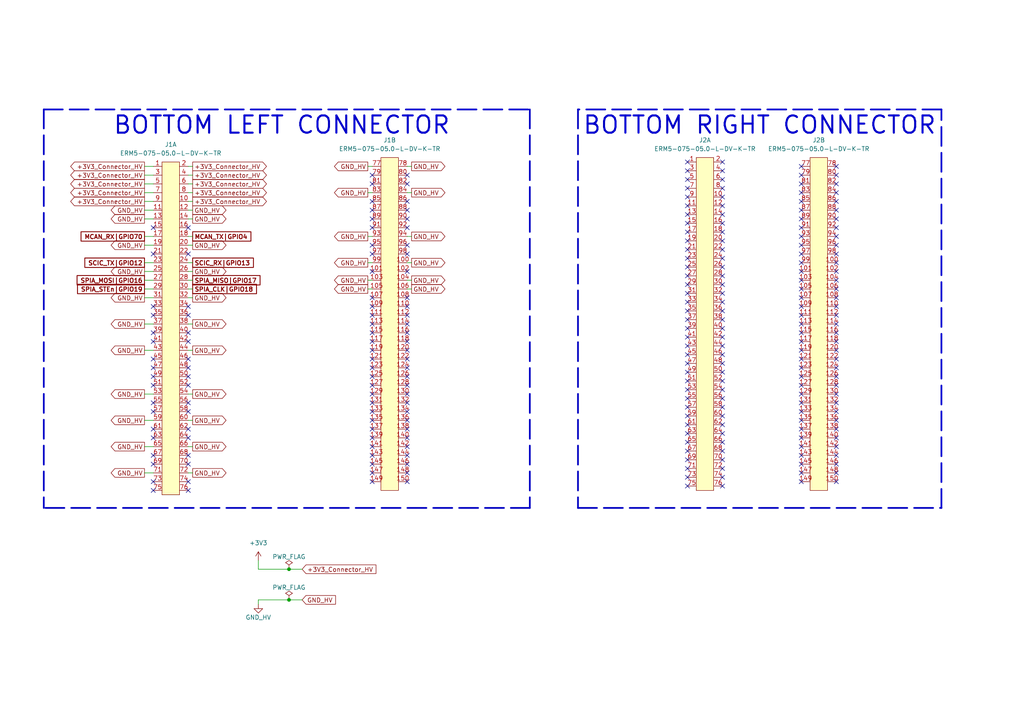
<source format=kicad_sch>
(kicad_sch (version 20230121) (generator eeschema)
  (paper "A4")
  (title_block (title "LCB-CBB-01: Bus_Borad") (date "2024-04-30") (rev "1.0.0") (company "PADERBORN UNIVERSITY DEPARTMENT OF POWER ELECTRONICS AND ELECTRICAL DRIVES"))
  (lib_symbols
    (symbol "LEA_SymbolLibrary:+3V3" (power) (pin_numbers hide) (pin_names (offset 0))
      (property "Value" "+3V3" (at 0 3.81 0))
      (symbol "+3V3_1_1"
        (polyline (pts (xy -0.762 1.27) (xy 0 2.54)))
        (polyline (pts (xy 0 0) (xy 0 2.54)))
        (polyline (pts (xy 0 2.54) (xy 0.762 1.27)))
        (pin power_in line (at 0 0 90) (length 0) hide (name "+3V3") (number "1"))
      )
    )
    (symbol "LEA_SymbolLibrary:Conn_ERM5-075-05.0-L-DV-K-TR" (pin_names hide)
      (property "Reference" "J" (at -1.27 52.07 0))
      (property "Value" "ERM5-075-05.0-L-DV-K-TR" (at -2.54 -46.99 0))
      (symbol "Conn_ERM5-075-05.0-L-DV-K-TR_1_1"
        (rectangle (start -2.54 50.8) (end 2.54 -45.72) (fill (type background)))
        (pin passive line (at -5.08 49.53 0) (length 2.54) (name "1") (number "1"))
        (pin passive line (at 5.08 39.37 180) (length 2.54) (name "10") (number "10"))
        (pin passive line (at -5.08 36.83 0) (length 2.54) (name "11") (number "11"))
        (pin passive line (at 5.08 36.83 180) (length 2.54) (name "12") (number "12"))
        (pin passive line (at -5.08 34.29 0) (length 2.54) (name "13") (number "13"))
        (pin passive line (at 5.08 34.29 180) (length 2.54) (name "14") (number "14"))
        (pin passive line (at -5.08 31.75 0) (length 2.54) (name "15") (number "15"))
        (pin passive line (at 5.08 31.75 180) (length 2.54) (name "16") (number "16"))
        (pin passive line (at -5.08 29.21 0) (length 2.54) (name "17") (number "17"))
        (pin passive line (at 5.08 29.21 180) (length 2.54) (name "18") (number "18"))
        (pin passive line (at -5.08 26.67 0) (length 2.54) (name "19") (number "19"))
        (pin passive line (at 5.08 49.53 180) (length 2.54) (name "2") (number "2"))
        (pin passive line (at 5.08 26.67 180) (length 2.54) (name "20") (number "20"))
        (pin passive line (at -5.08 24.13 0) (length 2.54) (name "21") (number "21"))
        (pin passive line (at 5.08 24.13 180) (length 2.54) (name "22") (number "22"))
        (pin passive line (at -5.08 21.59 0) (length 2.54) (name "23") (number "23"))
        (pin passive line (at 5.08 21.59 180) (length 2.54) (name "24") (number "24"))
        (pin passive line (at -5.08 19.05 0) (length 2.54) (name "25") (number "25"))
        (pin passive line (at 5.08 19.05 180) (length 2.54) (name "26") (number "26"))
        (pin passive line (at -5.08 16.51 0) (length 2.54) (name "27") (number "27"))
        (pin passive line (at 5.08 16.51 180) (length 2.54) (name "28") (number "28"))
        (pin passive line (at -5.08 13.97 0) (length 2.54) (name "29") (number "29"))
        (pin passive line (at -5.08 46.99 0) (length 2.54) (name "3") (number "3"))
        (pin passive line (at 5.08 13.97 180) (length 2.54) (name "30") (number "30"))
        (pin passive line (at -5.08 11.43 0) (length 2.54) (name "31") (number "31"))
        (pin passive line (at 5.08 11.43 180) (length 2.54) (name "32") (number "32"))
        (pin passive line (at -5.08 8.89 0) (length 2.54) (name "33") (number "33"))
        (pin passive line (at 5.08 8.89 180) (length 2.54) (name "34") (number "34"))
        (pin passive line (at -5.08 6.35 0) (length 2.54) (name "35") (number "35"))
        (pin passive line (at 5.08 6.35 180) (length 2.54) (name "36") (number "36"))
        (pin passive line (at -5.08 3.81 0) (length 2.54) (name "37") (number "37"))
        (pin passive line (at 5.08 3.81 180) (length 2.54) (name "38") (number "38"))
        (pin passive line (at -5.08 1.27 0) (length 2.54) (name "39") (number "39"))
        (pin passive line (at 5.08 46.99 180) (length 2.54) (name "4") (number "4"))
        (pin passive line (at 5.08 1.27 180) (length 2.54) (name "40") (number "40"))
        (pin passive line (at -5.08 -1.27 0) (length 2.54) (name "41") (number "41"))
        (pin passive line (at 5.08 -1.27 180) (length 2.54) (name "42") (number "42"))
        (pin passive line (at -5.08 -3.81 0) (length 2.54) (name "43") (number "43"))
        (pin passive line (at 5.08 -3.81 180) (length 2.54) (name "44") (number "44"))
        (pin passive line (at -5.08 -6.35 0) (length 2.54) (name "45") (number "45"))
        (pin passive line (at 5.08 -6.35 180) (length 2.54) (name "46") (number "46"))
        (pin passive line (at -5.08 -8.89 0) (length 2.54) (name "47") (number "47"))
        (pin passive line (at 5.08 -8.89 180) (length 2.54) (name "48") (number "48"))
        (pin passive line (at -5.08 -11.43 0) (length 2.54) (name "49") (number "49"))
        (pin passive line (at -5.08 44.45 0) (length 2.54) (name "5") (number "5"))
        (pin passive line (at 5.08 -11.43 180) (length 2.54) (name "50") (number "50"))
        (pin passive line (at -5.08 -13.97 0) (length 2.54) (name "51") (number "51"))
        (pin passive line (at 5.08 -13.97 180) (length 2.54) (name "52") (number "52"))
        (pin passive line (at -5.08 -16.51 0) (length 2.54) (name "53") (number "53"))
        (pin passive line (at 5.08 -16.51 180) (length 2.54) (name "54") (number "54"))
        (pin passive line (at -5.08 -19.05 0) (length 2.54) (name "55") (number "55"))
        (pin passive line (at 5.08 -19.05 180) (length 2.54) (name "56") (number "56"))
        (pin passive line (at -5.08 -21.59 0) (length 2.54) (name "57") (number "57"))
        (pin passive line (at 5.08 -21.59 180) (length 2.54) (name "58") (number "58"))
        (pin passive line (at -5.08 -24.13 0) (length 2.54) (name "59") (number "59"))
        (pin passive line (at 5.08 44.45 180) (length 2.54) (name "6") (number "6"))
        (pin passive line (at 5.08 -24.13 180) (length 2.54) (name "60") (number "60"))
        (pin passive line (at -5.08 -26.67 0) (length 2.54) (name "61") (number "61"))
        (pin passive line (at 5.08 -26.67 180) (length 2.54) (name "62") (number "62"))
        (pin passive line (at -5.08 -29.21 0) (length 2.54) (name "63") (number "63"))
        (pin passive line (at 5.08 -29.21 180) (length 2.54) (name "64") (number "64"))
        (pin passive line (at -5.08 -31.75 0) (length 2.54) (name "65") (number "65"))
        (pin passive line (at 5.08 -31.75 180) (length 2.54) (name "66") (number "66"))
        (pin passive line (at -5.08 -34.29 0) (length 2.54) (name "67") (number "67"))
        (pin passive line (at 5.08 -34.29 180) (length 2.54) (name "68") (number "68"))
        (pin passive line (at -5.08 -36.83 0) (length 2.54) (name "69") (number "69"))
        (pin passive line (at -5.08 41.91 0) (length 2.54) (name "7") (number "7"))
        (pin passive line (at 5.08 -36.83 180) (length 2.54) (name "70") (number "70"))
        (pin passive line (at -5.08 -39.37 0) (length 2.54) (name "71") (number "71"))
        (pin passive line (at 5.08 -39.37 180) (length 2.54) (name "72") (number "72"))
        (pin passive line (at -5.08 -41.91 0) (length 2.54) (name "73") (number "73"))
        (pin passive line (at 5.08 -41.91 180) (length 2.54) (name "74") (number "74"))
        (pin passive line (at -5.08 -44.45 0) (length 2.54) (name "75") (number "75"))
        (pin passive line (at 5.08 -44.45 180) (length 2.54) (name "76") (number "76"))
        (pin passive line (at 5.08 41.91 180) (length 2.54) (name "8") (number "8"))
        (pin passive line (at -5.08 39.37 0) (length 2.54) (name "9") (number "9"))
      )
      (symbol "Conn_ERM5-075-05.0-L-DV-K-TR_2_1"
        (rectangle (start -2.54 50.8) (end 2.54 -45.72) (fill (type background)))
        (pin passive line (at 5.08 20.32 180) (length 2.54) (name "100") (number "100"))
        (pin passive line (at -5.08 17.78 0) (length 2.54) (name "101") (number "101"))
        (pin passive line (at 5.08 17.78 180) (length 2.54) (name "102") (number "102"))
        (pin passive line (at -5.08 15.24 0) (length 2.54) (name "103") (number "103"))
        (pin passive line (at 5.08 15.24 180) (length 2.54) (name "104") (number "104"))
        (pin passive line (at -5.08 12.7 0) (length 2.54) (name "105") (number "105"))
        (pin passive line (at 5.08 12.7 180) (length 2.54) (name "106") (number "106"))
        (pin passive line (at -5.08 10.16 0) (length 2.54) (name "107") (number "107"))
        (pin passive line (at 5.08 10.16 180) (length 2.54) (name "108") (number "108"))
        (pin passive line (at -5.08 7.62 0) (length 2.54) (name "109") (number "109"))
        (pin passive line (at 5.08 7.62 180) (length 2.54) (name "110") (number "110"))
        (pin passive line (at -5.08 5.08 0) (length 2.54) (name "111") (number "111"))
        (pin passive line (at 5.08 5.08 180) (length 2.54) (name "112") (number "112"))
        (pin passive line (at -5.08 2.54 0) (length 2.54) (name "113") (number "113"))
        (pin passive line (at 5.08 2.54 180) (length 2.54) (name "114") (number "114"))
        (pin passive line (at -5.08 0 0) (length 2.54) (name "115") (number "115"))
        (pin passive line (at 5.08 0 180) (length 2.54) (name "116") (number "116"))
        (pin passive line (at -5.08 -2.54 0) (length 2.54) (name "117") (number "117"))
        (pin passive line (at 5.08 -2.54 180) (length 2.54) (name "118") (number "118"))
        (pin passive line (at -5.08 -5.08 0) (length 2.54) (name "119") (number "119"))
        (pin passive line (at 5.08 -5.08 180) (length 2.54) (name "120") (number "120"))
        (pin passive line (at -5.08 -7.62 0) (length 2.54) (name "121") (number "121"))
        (pin passive line (at 5.08 -7.62 180) (length 2.54) (name "122") (number "122"))
        (pin passive line (at -5.08 -10.16 0) (length 2.54) (name "123") (number "123"))
        (pin passive line (at 5.08 -10.16 180) (length 2.54) (name "124") (number "124"))
        (pin passive line (at -5.08 -12.7 0) (length 2.54) (name "125") (number "125"))
        (pin passive line (at 5.08 -12.7 180) (length 2.54) (name "126") (number "126"))
        (pin passive line (at -5.08 -15.24 0) (length 2.54) (name "127") (number "127"))
        (pin passive line (at 5.08 -15.24 180) (length 2.54) (name "128") (number "128"))
        (pin passive line (at -5.08 -17.78 0) (length 2.54) (name "129") (number "129"))
        (pin passive line (at 5.08 -17.78 180) (length 2.54) (name "130") (number "130"))
        (pin passive line (at -5.08 -20.32 0) (length 2.54) (name "131") (number "131"))
        (pin passive line (at 5.08 -20.32 180) (length 2.54) (name "132") (number "132"))
        (pin passive line (at -5.08 -22.86 0) (length 2.54) (name "133") (number "133"))
        (pin passive line (at 5.08 -22.86 180) (length 2.54) (name "134") (number "134"))
        (pin passive line (at -5.08 -25.4 0) (length 2.54) (name "135") (number "135"))
        (pin passive line (at 5.08 -25.4 180) (length 2.54) (name "136") (number "136"))
        (pin passive line (at -5.08 -27.94 0) (length 2.54) (name "137") (number "137"))
        (pin passive line (at 5.08 -27.94 180) (length 2.54) (name "138") (number "138"))
        (pin passive line (at -5.08 -30.48 0) (length 2.54) (name "139") (number "139"))
        (pin passive line (at 5.08 -30.48 180) (length 2.54) (name "140") (number "140"))
        (pin passive line (at -5.08 -33.02 0) (length 2.54) (name "141") (number "141"))
        (pin passive line (at 5.08 -33.02 180) (length 2.54) (name "142") (number "142"))
        (pin passive line (at -5.08 -35.56 0) (length 2.54) (name "143") (number "143"))
        (pin passive line (at 5.08 -35.56 180) (length 2.54) (name "144") (number "144"))
        (pin passive line (at -5.08 -38.1 0) (length 2.54) (name "145") (number "145"))
        (pin passive line (at 5.08 -38.1 180) (length 2.54) (name "146") (number "146"))
        (pin passive line (at -5.08 -40.64 0) (length 2.54) (name "147") (number "147"))
        (pin passive line (at 5.08 -40.64 180) (length 2.54) (name "148") (number "148"))
        (pin passive line (at -5.08 -43.18 0) (length 2.54) (name "149") (number "149"))
        (pin passive line (at 5.08 -43.18 180) (length 2.54) (name "150") (number "150"))
        (pin passive line (at -5.08 48.26 0) (length 2.54) (name "77") (number "77"))
        (pin passive line (at 5.08 48.26 180) (length 2.54) (name "78") (number "78"))
        (pin passive line (at -5.08 45.72 0) (length 2.54) (name "79") (number "79"))
        (pin passive line (at 5.08 45.72 180) (length 2.54) (name "80") (number "80"))
        (pin passive line (at -5.08 43.18 0) (length 2.54) (name "81") (number "81"))
        (pin passive line (at 5.08 43.18 180) (length 2.54) (name "82") (number "82"))
        (pin passive line (at -5.08 40.64 0) (length 2.54) (name "83") (number "83"))
        (pin passive line (at 5.08 40.64 180) (length 2.54) (name "84") (number "84"))
        (pin passive line (at -5.08 38.1 0) (length 2.54) (name "85") (number "85"))
        (pin passive line (at 5.08 38.1 180) (length 2.54) (name "86") (number "86"))
        (pin passive line (at -5.08 35.56 0) (length 2.54) (name "87") (number "87"))
        (pin passive line (at 5.08 35.56 180) (length 2.54) (name "88") (number "88"))
        (pin passive line (at -5.08 33.02 0) (length 2.54) (name "89") (number "89"))
        (pin passive line (at 5.08 33.02 180) (length 2.54) (name "90") (number "90"))
        (pin passive line (at -5.08 30.48 0) (length 2.54) (name "91") (number "91"))
        (pin passive line (at 5.08 30.48 180) (length 2.54) (name "92") (number "92"))
        (pin passive line (at -5.08 27.94 0) (length 2.54) (name "93") (number "93"))
        (pin passive line (at 5.08 27.94 180) (length 2.54) (name "94") (number "94"))
        (pin passive line (at -5.08 25.4 0) (length 2.54) (name "95") (number "95"))
        (pin passive line (at 5.08 25.4 180) (length 2.54) (name "96") (number "96"))
        (pin passive line (at -5.08 22.86 0) (length 2.54) (name "97") (number "97"))
        (pin passive line (at 5.08 22.86 180) (length 2.54) (name "98") (number "98"))
        (pin passive line (at -5.08 20.32 0) (length 2.54) (name "99") (number "99"))
      )
    )
    (symbol "LEA_SymbolLibrary:GND_HV" (power) (pin_numbers hide) (pin_names (offset 0))
      (property "Value" "GND_HV" (at 0 -3.81 0))
      (symbol "GND_HV_1_1"
        (polyline (pts (xy 0 0) (xy 0 -1.27) (xy 1.27 -1.27) (xy 0 -2.54) (xy -1.27 -1.27) (xy 0 -1.27)))
        (pin power_in line (at 0 0 90) (length 0) hide (name "GND_HV") (number "1"))
      )
    )
    (symbol "power:PWR_FLAG" (power) (pin_numbers hide) (pin_names (offset 0) hide)
      (property "Value" "PWR_FLAG" (at 0 3.81 0))
      (symbol "PWR_FLAG_0_0"
        (pin power_out line (at 0 0 90) (length 0) (name "pwr") (number "1"))
      )
      (symbol "PWR_FLAG_0_1"
        (polyline (pts (xy 0 0) (xy 0 1.27) (xy -1.016 1.905) (xy 0 2.54) (xy 1.016 1.905) (xy 0 1.27)))
      )
    )
  )
  (junction (at 83.82 173.99))
  (junction (at 83.82 165.1))
  (no_connect (at 54.61 139.7))
  (no_connect (at 232.41 68.58))
  (no_connect (at 209.55 107.95))
  (no_connect (at 118.11 71.12))
  (no_connect (at 44.45 106.68))
  (no_connect (at 118.11 134.62))
  (no_connect (at 199.39 80.01))
  (no_connect (at 209.55 85.09))
  (no_connect (at 242.57 127))
  (no_connect (at 199.39 97.79))
  (no_connect (at 232.41 124.46))
  (no_connect (at 199.39 59.69))
  (no_connect (at 242.57 50.8))
  (no_connect (at 209.55 95.25))
  (no_connect (at 118.11 53.34))
  (no_connect (at 118.11 127))
  (no_connect (at 199.39 133.35))
  (no_connect (at 44.45 139.7))
  (no_connect (at 232.41 116.84))
  (no_connect (at 242.57 71.12))
  (no_connect (at 107.95 93.98))
  (no_connect (at 232.41 78.74))
  (no_connect (at 209.55 62.23))
  (no_connect (at 242.57 139.7))
  (no_connect (at 232.41 101.6))
  (no_connect (at 107.95 50.8))
  (no_connect (at 44.45 104.14))
  (no_connect (at 232.41 81.28))
  (no_connect (at 44.45 66.04))
  (no_connect (at 199.39 118.11))
  (no_connect (at 242.57 55.88))
  (no_connect (at 209.55 120.65))
  (no_connect (at 242.57 116.84))
  (no_connect (at 209.55 57.15))
  (no_connect (at 54.61 124.46))
  (no_connect (at 118.11 124.46))
  (no_connect (at 118.11 109.22))
  (no_connect (at 107.95 66.04))
  (no_connect (at 199.39 105.41))
  (no_connect (at 242.57 86.36))
  (no_connect (at 118.11 73.66))
  (no_connect (at 232.41 127))
  (no_connect (at 107.95 124.46))
  (no_connect (at 199.39 62.23))
  (no_connect (at 107.95 60.96))
  (no_connect (at 118.11 137.16))
  (no_connect (at 118.11 66.04))
  (no_connect (at 107.95 119.38))
  (no_connect (at 118.11 58.42))
  (no_connect (at 199.39 123.19))
  (no_connect (at 232.41 83.82))
  (no_connect (at 242.57 134.62))
  (no_connect (at 199.39 107.95))
  (no_connect (at 209.55 130.81))
  (no_connect (at 54.61 132.08))
  (no_connect (at 209.55 133.35))
  (no_connect (at 242.57 99.06))
  (no_connect (at 44.45 119.38))
  (no_connect (at 242.57 83.82))
  (no_connect (at 242.57 78.74))
  (no_connect (at 199.39 72.39))
  (no_connect (at 209.55 49.53))
  (no_connect (at 242.57 129.54))
  (no_connect (at 209.55 140.97))
  (no_connect (at 209.55 87.63))
  (no_connect (at 232.41 134.62))
  (no_connect (at 118.11 50.8))
  (no_connect (at 242.57 60.96))
  (no_connect (at 54.61 127))
  (no_connect (at 232.41 121.92))
  (no_connect (at 107.95 109.22))
  (no_connect (at 199.39 49.53))
  (no_connect (at 199.39 64.77))
  (no_connect (at 209.55 54.61))
  (no_connect (at 242.57 68.58))
  (no_connect (at 242.57 48.26))
  (no_connect (at 107.95 99.06))
  (no_connect (at 209.55 92.71))
  (no_connect (at 44.45 88.9))
  (no_connect (at 107.95 139.7))
  (no_connect (at 242.57 101.6))
  (no_connect (at 118.11 60.96))
  (no_connect (at 232.41 58.42))
  (no_connect (at 199.39 128.27))
  (no_connect (at 118.11 129.54))
  (no_connect (at 232.41 55.88))
  (no_connect (at 118.11 91.44))
  (no_connect (at 199.39 67.31))
  (no_connect (at 199.39 74.93))
  (no_connect (at 44.45 134.62))
  (no_connect (at 199.39 90.17))
  (no_connect (at 209.55 64.77))
  (no_connect (at 118.11 132.08))
  (no_connect (at 232.41 132.08))
  (no_connect (at 118.11 93.98))
  (no_connect (at 199.39 69.85))
  (no_connect (at 209.55 82.55))
  (no_connect (at 232.41 96.52))
  (no_connect (at 232.41 88.9))
  (no_connect (at 209.55 105.41))
  (no_connect (at 54.61 96.52))
  (no_connect (at 232.41 91.44))
  (no_connect (at 232.41 111.76))
  (no_connect (at 209.55 113.03))
  (no_connect (at 232.41 60.96))
  (no_connect (at 118.11 119.38))
  (no_connect (at 199.39 115.57))
  (no_connect (at 199.39 57.15))
  (no_connect (at 44.45 127))
  (no_connect (at 107.95 78.74))
  (no_connect (at 232.41 139.7))
  (no_connect (at 107.95 86.36))
  (no_connect (at 232.41 93.98))
  (no_connect (at 209.55 118.11))
  (no_connect (at 107.95 127))
  (no_connect (at 232.41 119.38))
  (no_connect (at 107.95 91.44))
  (no_connect (at 199.39 113.03))
  (no_connect (at 232.41 114.3))
  (no_connect (at 54.61 116.84))
  (no_connect (at 107.95 104.14))
  (no_connect (at 118.11 104.14))
  (no_connect (at 242.57 81.28))
  (no_connect (at 209.55 115.57))
  (no_connect (at 209.55 46.99))
  (no_connect (at 209.55 74.93))
  (no_connect (at 232.41 71.12))
  (no_connect (at 199.39 100.33))
  (no_connect (at 209.55 110.49))
  (no_connect (at 232.41 99.06))
  (no_connect (at 232.41 50.8))
  (no_connect (at 107.95 58.42))
  (no_connect (at 107.95 71.12))
  (no_connect (at 107.95 73.66))
  (no_connect (at 209.55 72.39))
  (no_connect (at 199.39 135.89))
  (no_connect (at 199.39 140.97))
  (no_connect (at 242.57 137.16))
  (no_connect (at 107.95 129.54))
  (no_connect (at 107.95 53.34))
  (no_connect (at 54.61 111.76))
  (no_connect (at 199.39 120.65))
  (no_connect (at 242.57 124.46))
  (no_connect (at 54.61 91.44))
  (no_connect (at 107.95 134.62))
  (no_connect (at 242.57 121.92))
  (no_connect (at 107.95 106.68))
  (no_connect (at 209.55 69.85))
  (no_connect (at 107.95 111.76))
  (no_connect (at 199.39 95.25))
  (no_connect (at 54.61 142.24))
  (no_connect (at 107.95 116.84))
  (no_connect (at 242.57 91.44))
  (no_connect (at 232.41 129.54))
  (no_connect (at 242.57 96.52))
  (no_connect (at 242.57 104.14))
  (no_connect (at 118.11 111.76))
  (no_connect (at 209.55 128.27))
  (no_connect (at 44.45 132.08))
  (no_connect (at 44.45 99.06))
  (no_connect (at 209.55 59.69))
  (no_connect (at 199.39 102.87))
  (no_connect (at 209.55 125.73))
  (no_connect (at 199.39 110.49))
  (no_connect (at 118.11 96.52))
  (no_connect (at 209.55 80.01))
  (no_connect (at 199.39 92.71))
  (no_connect (at 118.11 63.5))
  (no_connect (at 242.57 76.2))
  (no_connect (at 107.95 132.08))
  (no_connect (at 242.57 66.04))
  (no_connect (at 209.55 102.87))
  (no_connect (at 44.45 116.84))
  (no_connect (at 107.95 137.16))
  (no_connect (at 232.41 48.26))
  (no_connect (at 118.11 116.84))
  (no_connect (at 54.61 73.66))
  (no_connect (at 242.57 114.3))
  (no_connect (at 54.61 134.62))
  (no_connect (at 209.55 135.89))
  (no_connect (at 232.41 73.66))
  (no_connect (at 232.41 63.5))
  (no_connect (at 242.57 58.42))
  (no_connect (at 44.45 109.22))
  (no_connect (at 118.11 106.68))
  (no_connect (at 209.55 100.33))
  (no_connect (at 209.55 97.79))
  (no_connect (at 54.61 109.22))
  (no_connect (at 44.45 73.66))
  (no_connect (at 232.41 53.34))
  (no_connect (at 242.57 106.68))
  (no_connect (at 199.39 52.07))
  (no_connect (at 118.11 86.36))
  (no_connect (at 232.41 86.36))
  (no_connect (at 199.39 46.99))
  (no_connect (at 242.57 109.22))
  (no_connect (at 232.41 106.68))
  (no_connect (at 232.41 66.04))
  (no_connect (at 107.95 88.9))
  (no_connect (at 118.11 121.92))
  (no_connect (at 199.39 54.61))
  (no_connect (at 107.95 114.3))
  (no_connect (at 242.57 63.5))
  (no_connect (at 232.41 104.14))
  (no_connect (at 118.11 88.9))
  (no_connect (at 118.11 99.06))
  (no_connect (at 209.55 67.31))
  (no_connect (at 242.57 93.98))
  (no_connect (at 44.45 111.76))
  (no_connect (at 54.61 119.38))
  (no_connect (at 54.61 106.68))
  (no_connect (at 107.95 101.6))
  (no_connect (at 54.61 104.14))
  (no_connect (at 199.39 87.63))
  (no_connect (at 242.57 73.66))
  (no_connect (at 118.11 101.6))
  (no_connect (at 118.11 139.7))
  (no_connect (at 199.39 85.09))
  (no_connect (at 54.61 99.06))
  (no_connect (at 118.11 78.74))
  (no_connect (at 209.55 90.17))
  (no_connect (at 107.95 63.5))
  (no_connect (at 232.41 137.16))
  (no_connect (at 242.57 53.34))
  (no_connect (at 242.57 119.38))
  (no_connect (at 107.95 121.92))
  (no_connect (at 199.39 138.43))
  (no_connect (at 209.55 123.19))
  (no_connect (at 199.39 77.47))
  (no_connect (at 199.39 82.55))
  (no_connect (at 44.45 91.44))
  (no_connect (at 199.39 125.73))
  (no_connect (at 54.61 66.04))
  (no_connect (at 242.57 132.08))
  (no_connect (at 44.45 124.46))
  (no_connect (at 199.39 130.81))
  (no_connect (at 118.11 114.3))
  (no_connect (at 209.55 52.07))
  (no_connect (at 209.55 138.43))
  (no_connect (at 209.55 77.47))
  (no_connect (at 54.61 88.9))
  (no_connect (at 232.41 76.2))
  (no_connect (at 44.45 142.24))
  (no_connect (at 107.95 96.52))
  (no_connect (at 44.45 96.52))
  (no_connect (at 232.41 109.22))
  (no_connect (at 242.57 111.76))
  (no_connect (at 242.57 88.9))
  (wire (pts (xy 74.93 162.56) (xy 74.93 165.1)))
  (wire (pts (xy 41.91 78.74) (xy 44.45 78.74)))
  (polyline (pts (xy 273.05 31.75) (xy 167.64 31.75)) (stroke (width 0.5) (type dash)))
  (wire (pts (xy 107.95 83.82) (xy 106.68 83.82)))
  (wire (pts (xy 118.11 68.58) (xy 119.38 68.58)))
  (wire (pts (xy 41.91 76.2) (xy 44.45 76.2)))
  (wire (pts (xy 54.61 137.16) (xy 55.88 137.16)))
  (wire (pts (xy 54.61 55.88) (xy 55.88 55.88)))
  (wire (pts (xy 118.11 48.26) (xy 119.38 48.26)))
  (wire (pts (xy 107.95 68.58) (xy 106.68 68.58)))
  (wire (pts (xy 107.95 48.26) (xy 106.68 48.26)))
  (wire (pts (xy 83.82 165.1) (xy 74.93 165.1)))
  (wire (pts (xy 41.91 60.96) (xy 44.45 60.96)))
  (wire (pts (xy 54.61 83.82) (xy 55.88 83.82)))
  (wire (pts (xy 54.61 50.8) (xy 55.88 50.8)))
  (wire (pts (xy 54.61 60.96) (xy 55.88 60.96)))
  (wire (pts (xy 54.61 101.6) (xy 55.88 101.6)))
  (wire (pts (xy 54.61 114.3) (xy 55.88 114.3)))
  (polyline (pts (xy 153.67 31.75) (xy 153.67 147.32)) (stroke (width 0.5) (type dash)))
  (wire (pts (xy 41.91 71.12) (xy 44.45 71.12)))
  (wire (pts (xy 107.95 81.28) (xy 106.68 81.28)))
  (wire (pts (xy 87.63 165.1) (xy 83.82 165.1)))
  (wire (pts (xy 54.61 129.54) (xy 55.88 129.54)))
  (wire (pts (xy 54.61 71.12) (xy 55.88 71.12)))
  (wire (pts (xy 41.91 68.58) (xy 44.45 68.58)))
  (wire (pts (xy 54.61 86.36) (xy 55.88 86.36)))
  (wire (pts (xy 54.61 81.28) (xy 55.88 81.28)))
  (wire (pts (xy 118.11 81.28) (xy 119.38 81.28)))
  (wire (pts (xy 41.91 121.92) (xy 44.45 121.92)))
  (wire (pts (xy 107.95 76.2) (xy 106.68 76.2)))
  (wire (pts (xy 118.11 76.2) (xy 119.38 76.2)))
  (wire (pts (xy 41.91 83.82) (xy 44.45 83.82)))
  (wire (pts (xy 54.61 68.58) (xy 55.88 68.58)))
  (wire (pts (xy 83.82 173.99) (xy 74.93 173.99)))
  (polyline (pts (xy 273.05 147.32) (xy 273.05 31.75)) (stroke (width 0.5) (type dash)))
  (wire (pts (xy 74.93 173.99) (xy 74.93 175.26)))
  (wire (pts (xy 54.61 76.2) (xy 55.88 76.2)))
  (wire (pts (xy 54.61 121.92) (xy 55.88 121.92)))
  (wire (pts (xy 41.91 55.88) (xy 44.45 55.88)))
  (wire (pts (xy 41.91 58.42) (xy 44.45 58.42)))
  (wire (pts (xy 41.91 114.3) (xy 44.45 114.3)))
  (polyline (pts (xy 167.64 31.75) (xy 167.64 147.32)) (stroke (width 0.5) (type dash)))
  (polyline (pts (xy 12.7 31.75) (xy 12.7 147.32)) (stroke (width 0.5) (type dash)))
  (wire (pts (xy 41.91 137.16) (xy 44.45 137.16)))
  (wire (pts (xy 41.91 63.5) (xy 44.45 63.5)))
  (wire (pts (xy 41.91 129.54) (xy 44.45 129.54)))
  (wire (pts (xy 54.61 78.74) (xy 55.88 78.74)))
  (wire (pts (xy 54.61 53.34) (xy 55.88 53.34)))
  (polyline (pts (xy 153.67 147.32) (xy 12.7 147.32)) (stroke (width 0.5) (type dash)))
  (wire (pts (xy 54.61 48.26) (xy 55.88 48.26)))
  (wire (pts (xy 41.91 48.26) (xy 44.45 48.26)))
  (wire (pts (xy 41.91 101.6) (xy 44.45 101.6)))
  (wire (pts (xy 54.61 93.98) (xy 55.88 93.98)))
  (wire (pts (xy 41.91 81.28) (xy 44.45 81.28)))
  (wire (pts (xy 41.91 86.36) (xy 44.45 86.36)))
  (wire (pts (xy 118.11 55.88) (xy 119.38 55.88)))
  (polyline (pts (xy 167.64 147.32) (xy 273.05 147.32)) (stroke (width 0.5) (type dash)))
  (wire (pts (xy 41.91 53.34) (xy 44.45 53.34)))
  (wire (pts (xy 54.61 63.5) (xy 55.88 63.5)))
  (wire (pts (xy 87.63 173.99) (xy 83.82 173.99)))
  (polyline (pts (xy 12.7 31.75) (xy 153.67 31.75)) (stroke (width 0.5) (type dash)))
  (wire (pts (xy 41.91 50.8) (xy 44.45 50.8)))
  (wire (pts (xy 54.61 58.42) (xy 55.88 58.42)))
  (wire (pts (xy 107.95 55.88) (xy 106.68 55.88)))
  (wire (pts (xy 41.91 93.98) (xy 44.45 93.98)))
  (wire (pts (xy 118.11 83.82) (xy 119.38 83.82)))
  (text "BOTTOM RIGHT CONNECTOR" (at 271.78 39.37 0) (effects (font (size 5 5) (thickness 0.6) bold) (justify right bottom)))
  (text "BOTTOM LEFT CONNECTOR" (at 130.81 39.37 0) (effects (font (size 5 5) (thickness 0.6) bold) (justify right bottom)))
  (global_label "GND_HV" (shape output) (at 41.91 129.54 180) (property "Intersheetrefs" "${INTERSHEET_REFS}" (effects hide)))
  (global_label "GND_HV" (shape output) (at 106.68 55.88 180) (property "Intersheetrefs" "${INTERSHEET_REFS}" (effects hide)))
  (global_label "GND_HV" (shape output) (at 55.88 129.54 0) (property "Intersheetrefs" "${INTERSHEET_REFS}" (effects hide)))
  (global_label "GND_HV" (shape output) (at 119.38 76.2 0) (property "Intersheetrefs" "${INTERSHEET_REFS}" (effects hide)))
  (global_label "GND_HV" (shape output) (at 55.88 121.92 0) (property "Intersheetrefs" "${INTERSHEET_REFS}" (effects hide)))
  (global_label "GND_HV" (shape output) (at 106.68 68.58 180) (property "Intersheetrefs" "${INTERSHEET_REFS}" (effects hide)))
  (global_label "GND_HV" (shape output) (at 55.88 63.5 0) (property "Intersheetrefs" "${INTERSHEET_REFS}" (effects hide)))
  (global_label "GND_HV" (shape output) (at 41.91 71.12 180) (property "Intersheetrefs" "${INTERSHEET_REFS}" (effects hide)))
  (global_label "+3V3_Connector_HV" (shape output) (at 41.91 50.8 180) (property "Intersheetrefs" "${INTERSHEET_REFS}" (effects hide)))
  (global_label "GND_HV" (shape output) (at 41.91 137.16 180) (property "Intersheetrefs" "${INTERSHEET_REFS}" (effects hide)))
  (global_label "SPIA_MISO|GPIO17" (shape passive) (at 55.88 81.28 0) (effects (font (thickness 0.254) bold)) (property "Intersheetrefs" "${INTERSHEET_REFS}" (effects hide)))
  (global_label "GND_HV" (shape output) (at 119.38 48.26 0) (property "Intersheetrefs" "${INTERSHEET_REFS}" (effects hide)))
  (global_label "+3V3_Connector_HV" (shape output) (at 41.91 48.26 180) (property "Intersheetrefs" "${INTERSHEET_REFS}" (effects hide)))
  (global_label "+3V3_Connector_HV" (shape output) (at 55.88 55.88 0) (property "Intersheetrefs" "${INTERSHEET_REFS}" (effects hide)))
  (global_label "MCAN_TX|GPIO4" (shape passive) (at 55.88 68.58 0) (effects (font (thickness 0.254) bold)) (property "Intersheetrefs" "${INTERSHEET_REFS}" (effects hide)))
  (global_label "SCIC_RX|GPIO13" (shape passive) (at 55.88 76.2 0) (effects (font (thickness 0.254) bold)) (property "Intersheetrefs" "${INTERSHEET_REFS}" (effects hide)))
  (global_label "GND_HV" (shape input) (at 87.63 173.99 0) (property "Intersheetrefs" "${INTERSHEET_REFS}" (effects hide)))
  (global_label "+3V3_Connector_HV" (shape output) (at 55.88 53.34 0) (property "Intersheetrefs" "${INTERSHEET_REFS}" (effects hide)))
  (global_label "GND_HV" (shape output) (at 55.88 78.74 0) (property "Intersheetrefs" "${INTERSHEET_REFS}" (effects hide)))
  (global_label "GND_HV" (shape output) (at 106.68 48.26 180) (property "Intersheetrefs" "${INTERSHEET_REFS}" (effects hide)))
  (global_label "+3V3_Connector_HV" (shape output) (at 41.91 53.34 180) (property "Intersheetrefs" "${INTERSHEET_REFS}" (effects hide)))
  (global_label "GND_HV" (shape output) (at 106.68 76.2 180) (property "Intersheetrefs" "${INTERSHEET_REFS}" (effects hide)))
  (global_label "GND_HV" (shape output) (at 41.91 93.98 180) (property "Intersheetrefs" "${INTERSHEET_REFS}" (effects hide)))
  (global_label "GND_HV" (shape output) (at 55.88 137.16 0) (property "Intersheetrefs" "${INTERSHEET_REFS}" (effects hide)))
  (global_label "+3V3_Connector_HV" (shape output) (at 55.88 50.8 0) (property "Intersheetrefs" "${INTERSHEET_REFS}" (effects hide)))
  (global_label "SPIA_CLK|GPIO18" (shape passive) (at 55.88 83.82 0) (effects (font (thickness 0.254) bold)) (property "Intersheetrefs" "${INTERSHEET_REFS}" (effects hide)))
  (global_label "+3V3_Connector_HV" (shape output) (at 41.91 55.88 180) (property "Intersheetrefs" "${INTERSHEET_REFS}" (effects hide)))
  (global_label "GND_HV" (shape output) (at 41.91 114.3 180) (property "Intersheetrefs" "${INTERSHEET_REFS}" (effects hide)))
  (global_label "GND_HV" (shape output) (at 41.91 86.36 180) (property "Intersheetrefs" "${INTERSHEET_REFS}" (effects hide)))
  (global_label "GND_HV" (shape output) (at 55.88 86.36 0) (property "Intersheetrefs" "${INTERSHEET_REFS}" (effects hide)))
  (global_label "+3V3_Connector_HV" (shape output) (at 55.88 58.42 0) (property "Intersheetrefs" "${INTERSHEET_REFS}" (effects hide)))
  (global_label "GND_HV" (shape output) (at 119.38 83.82 0) (property "Intersheetrefs" "${INTERSHEET_REFS}" (effects hide)))
  (global_label "+3V3_Connector_HV" (shape output) (at 55.88 48.26 0) (property "Intersheetrefs" "${INTERSHEET_REFS}" (effects hide)))
  (global_label "GND_HV" (shape output) (at 119.38 68.58 0) (property "Intersheetrefs" "${INTERSHEET_REFS}" (effects hide)))
  (global_label "GND_HV" (shape output) (at 41.91 63.5 180) (property "Intersheetrefs" "${INTERSHEET_REFS}" (effects hide)))
  (global_label "GND_HV" (shape output) (at 41.91 60.96 180) (property "Intersheetrefs" "${INTERSHEET_REFS}" (effects hide)))
  (global_label "GND_HV" (shape output) (at 55.88 60.96 0) (property "Intersheetrefs" "${INTERSHEET_REFS}" (effects hide)))
  (global_label "GND_HV" (shape output) (at 41.91 78.74 180) (property "Intersheetrefs" "${INTERSHEET_REFS}" (effects hide)))
  (global_label "GND_HV" (shape output) (at 55.88 71.12 0) (property "Intersheetrefs" "${INTERSHEET_REFS}" (effects hide)))
  (global_label "GND_HV" (shape output) (at 41.91 101.6 180) (property "Intersheetrefs" "${INTERSHEET_REFS}" (effects hide)))
  (global_label "GND_HV" (shape output) (at 55.88 101.6 0) (property "Intersheetrefs" "${INTERSHEET_REFS}" (effects hide)))
  (global_label "GND_HV" (shape output) (at 119.38 55.88 0) (property "Intersheetrefs" "${INTERSHEET_REFS}" (effects hide)))
  (global_label "SCIC_TX|GPIO12" (shape passive) (at 41.91 76.2 180) (effects (font (thickness 0.254) bold)) (property "Intersheetrefs" "${INTERSHEET_REFS}" (effects hide)))
  (global_label "GND_HV" (shape output) (at 55.88 93.98 0) (property "Intersheetrefs" "${INTERSHEET_REFS}" (effects hide)))
  (global_label "MCAN_RX|GPIO70" (shape passive) (at 41.91 68.58 180) (effects (font (thickness 0.254) bold)) (property "Intersheetrefs" "${INTERSHEET_REFS}" (effects hide)))
  (global_label "+3V3_Connector_HV" (shape input) (at 87.63 165.1 0) (property "Intersheetrefs" "${INTERSHEET_REFS}" (effects hide)))
  (global_label "GND_HV" (shape output) (at 106.68 83.82 180) (property "Intersheetrefs" "${INTERSHEET_REFS}" (effects hide)))
  (global_label "GND_HV" (shape output) (at 119.38 81.28 0) (property "Intersheetrefs" "${INTERSHEET_REFS}" (effects hide)))
  (global_label "GND_HV" (shape output) (at 106.68 81.28 180) (property "Intersheetrefs" "${INTERSHEET_REFS}" (effects hide)))
  (global_label "+3V3_Connector_HV" (shape output) (at 41.91 58.42 180) (property "Intersheetrefs" "${INTERSHEET_REFS}" (effects hide)))
  (global_label "SPIA_STEn|GPIO19" (shape passive) (at 41.91 83.82 180) (effects (font (thickness 0.254) bold)) (property "Intersheetrefs" "${INTERSHEET_REFS}" (effects hide)))
  (global_label "GND_HV" (shape output) (at 41.91 121.92 180) (property "Intersheetrefs" "${INTERSHEET_REFS}" (effects hide)))
  (global_label "SPIA_MOSI|GPIO16" (shape passive) (at 41.91 81.28 180) (effects (font (thickness 0.254) bold)) (property "Intersheetrefs" "${INTERSHEET_REFS}" (effects hide)))
  (global_label "GND_HV" (shape output) (at 55.88 114.3 0) (property "Intersheetrefs" "${INTERSHEET_REFS}" (effects hide)))
  (symbol (lib_id "LEA_SymbolLibrary:Conn_ERM5-075-05.0-L-DV-K-TR") (at 49.53 97.79 0) (unit 1)
    (property "Reference" "J1" (at 49.53 41.91 0))
    (property "Value" "ERM5-075-05.0-L-DV-K-TR" (at 49.53 44.45 0))
    (property "Footprint" "LEA_FootprintLibrary:ERM5-075-05.0-L-DV" (effects hide))
    (property "Datasheet" "https://suddendocs.samtec.com/prints/erm5-xxx-xx.x-dv-xx-tr-footprint.pdf" (effects hide))
    (property "Manufacturer" "Samtec" (effects hide))
    (property "mouser#" "200-ERM5075050LDVKTR" (effects hide))
    (property "manf#" "ERM5-075-05.0-L-DV-K-TR" (effects hide))
    (property "Sim.Enable" "0" (effects hide))
  )
  (symbol (lib_id "LEA_SymbolLibrary:Conn_ERM5-075-05.0-L-DV-K-TR") (at 113.03 96.52 0) (unit 2)
    (property "Reference" "J1" (at 113.03 40.64 0))
    (property "Value" "ERM5-075-05.0-L-DV-K-TR" (at 113.03 43.18 0))
    (property "Footprint" "LEA_FootprintLibrary:ERM5-075-05.0-L-DV" (effects hide))
    (property "Datasheet" "https://suddendocs.samtec.com/prints/erm5-xxx-xx.x-dv-xx-tr-footprint.pdf" (effects hide))
    (property "Manufacturer" "Samtec" (effects hide))
    (property "mouser#" "200-ERM5075050LDVKTR" (effects hide))
    (property "manf#" "ERM5-075-05.0-L-DV-K-TR" (effects hide))
    (property "Sim.Enable" "0" (effects hide))
  )
  (symbol (lib_id "LEA_SymbolLibrary:Conn_ERM5-075-05.0-L-DV-K-TR") (at 237.49 96.52 0) (unit 2)
    (property "Reference" "J2" (at 237.49 40.64 0))
    (property "Value" "ERM5-075-05.0-L-DV-K-TR" (at 237.49 43.18 0))
    (property "Footprint" "LEA_FootprintLibrary:ERM5-075-05.0-L-DV" (effects hide))
    (property "Datasheet" "https://suddendocs.samtec.com/prints/erm5-xxx-xx.x-dv-xx-tr-footprint.pdf" (effects hide))
    (property "Manufacturer" "Samtec" (effects hide))
    (property "mouser#" "200-ERM5075050LDVKTR" (effects hide))
    (property "manf#" "ERM5-075-05.0-L-DV-K-TR" (effects hide))
    (property "Sim.Enable" "0" (effects hide))
  )
  (symbol (lib_id "power:PWR_FLAG") (at 83.82 173.99 0) (unit 1)
    (property "Reference" "#FLG02" (effects hide))
    (property "Value" "PWR_FLAG" (at 83.82 170.3855 0))
  )
  (symbol (lib_id "LEA_SymbolLibrary:+3V3") (at 74.93 162.56 0) (unit 1)
    (property "Reference" "#PWR01" (effects hide))
    (property "Value" "+3V3" (at 74.93 157.48 0))
  )
  (symbol (lib_id "LEA_SymbolLibrary:Conn_ERM5-075-05.0-L-DV-K-TR") (at 204.47 96.52 0) (unit 1)
    (property "Reference" "J2" (at 204.47 40.64 0))
    (property "Value" "ERM5-075-05.0-L-DV-K-TR" (at 204.47 43.18 0))
    (property "Footprint" "LEA_FootprintLibrary:ERM5-075-05.0-L-DV" (effects hide))
    (property "Datasheet" "https://suddendocs.samtec.com/prints/erm5-xxx-xx.x-dv-xx-tr-footprint.pdf" (effects hide))
    (property "Manufacturer" "Samtec" (effects hide))
    (property "mouser#" "200-ERM5075050LDVKTR" (effects hide))
    (property "manf#" "ERM5-075-05.0-L-DV-K-TR" (effects hide))
    (property "Sim.Enable" "0" (effects hide))
  )
  (symbol (lib_id "LEA_SymbolLibrary:GND_HV") (at 74.93 175.26 0) (unit 1)
    (property "Reference" "#PWR02" (effects hide))
    (property "Value" "GND_HV" (at 74.93 179.07 0))
  )
  (symbol (lib_id "power:PWR_FLAG") (at 83.82 165.1 0) (unit 1)
    (property "Reference" "#FLG01" (effects hide))
    (property "Value" "PWR_FLAG" (at 83.82 161.4955 0))
  )
)
</source>
